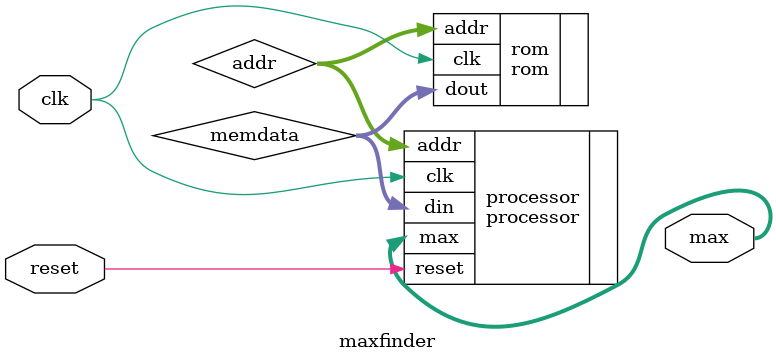
<source format=v>
module maxfinder (
   input          clk,
   input          reset,
   output   [3:0] max
   );
   
   wire     [3:0] memdata;
   wire     [3:0] addr;
   
   processor processor (
      .clk     (clk),
      .reset   (reset),
      .din     (memdata),
      .addr    (addr),
      .max     (max)
   );
   
   rom rom (
      .clk     (clk),
      .addr    (addr),
      .dout    (memdata)
   );
   
endmodule

</source>
